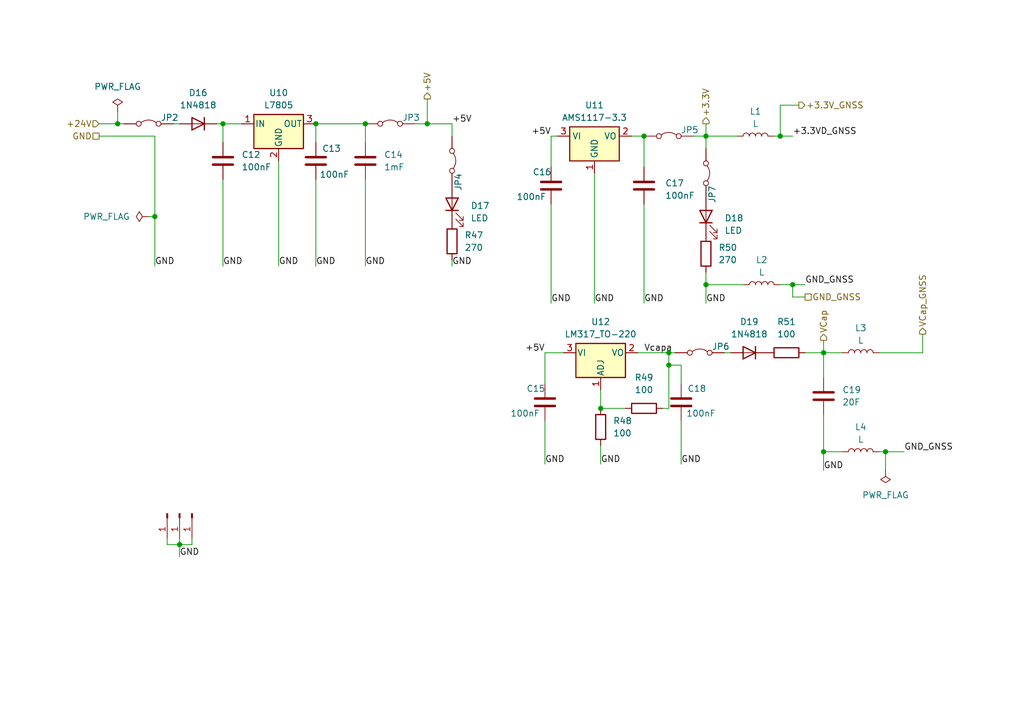
<source format=kicad_sch>
(kicad_sch (version 20231120) (generator "eeschema") (generator_version "8.0")
  (paper "A5")
  (title_block (title "Power supply") (date "2024-04-17") (rev "1.0"))
  (lib_symbols
    (symbol "Connector:Conn_01x01_Pin" (pin_names (offset 1.016) hide)
      (property "Reference" "J" (at 0 2.54 0))
      (property "Value" "Conn_01x01_Pin" (at 0 -2.54 0))
      (symbol "Conn_01x01_Pin_1_1"
        (polyline (pts (xy 1.27 0) (xy 0.8636 0)) (stroke (width 0.1524)))
        (rectangle (start 0.8636 0.127) (end 0 -0.127) (stroke (width 0.1524)) (fill (type outline)))
        (pin passive line (at 5.08 0 180) (length 3.81) (name "Pin_1") (number "1"))
      )
    )
    (symbol "Device:C" (pin_numbers hide) (pin_names (offset 0.254))
      (property "Reference" "C" (at 0.635 2.54 0))
      (property "Value" "C" (at 0.635 -2.54 0))
      (symbol "C_0_1"
        (polyline (pts (xy -2.032 -0.762) (xy 2.032 -0.762)) (stroke (width 0.508)))
        (polyline (pts (xy -2.032 0.762) (xy 2.032 0.762)) (stroke (width 0.508)))
      )
      (symbol "C_1_1"
        (pin passive line (at 0 3.81 270) (length 2.794) (name "~") (number "1"))
        (pin passive line (at 0 -3.81 90) (length 2.794) (name "~") (number "2"))
      )
    )
    (symbol "Device:D" (pin_numbers hide) (pin_names (offset 1.016) hide)
      (property "Reference" "D" (at 0 2.54 0))
      (property "Value" "D" (at 0 -2.54 0))
      (symbol "D_0_1"
        (polyline (pts (xy -1.27 1.27) (xy -1.27 -1.27)) (stroke (width 0.254)))
        (polyline (pts (xy 1.27 0) (xy -1.27 0)))
        (polyline (pts (xy 1.27 1.27) (xy 1.27 -1.27) (xy -1.27 0) (xy 1.27 1.27)) (stroke (width 0.254)))
      )
      (symbol "D_1_1"
        (pin passive line (at -3.81 0 0) (length 2.54) (name "K") (number "1"))
        (pin passive line (at 3.81 0 180) (length 2.54) (name "A") (number "2"))
      )
    )
    (symbol "Device:L" (pin_numbers hide) (pin_names (offset 1.016) hide)
      (property "Reference" "L" (at -1.27 0 90))
      (property "Value" "L" (at 1.905 0 90))
      (symbol "L_0_1"
        (arc (start 0 -2.54) (mid 0.6323 -1.905) (end 0 -1.27))
        (arc (start 0 -1.27) (mid 0.6323 -0.635) (end 0 0))
        (arc (start 0 0) (mid 0.6323 0.635) (end 0 1.27))
        (arc (start 0 1.27) (mid 0.6323 1.905) (end 0 2.54))
      )
      (symbol "L_1_1"
        (pin passive line (at 0 3.81 270) (length 1.27) (name "1") (number "1"))
        (pin passive line (at 0 -3.81 90) (length 1.27) (name "2") (number "2"))
      )
    )
    (symbol "Device:LED" (pin_numbers hide) (pin_names (offset 1.016) hide)
      (property "Reference" "D" (at 0 2.54 0))
      (property "Value" "LED" (at 0 -2.54 0))
      (symbol "LED_0_1"
        (polyline (pts (xy -1.27 -1.27) (xy -1.27 1.27)) (stroke (width 0.254)))
        (polyline (pts (xy -1.27 0) (xy 1.27 0)))
        (polyline (pts (xy 1.27 -1.27) (xy 1.27 1.27) (xy -1.27 0) (xy 1.27 -1.27)) (stroke (width 0.254)))
        (polyline (pts (xy -3.048 -0.762) (xy -4.572 -2.286) (xy -3.81 -2.286) (xy -4.572 -2.286) (xy -4.572 -1.524)))
        (polyline (pts (xy -1.778 -0.762) (xy -3.302 -2.286) (xy -2.54 -2.286) (xy -3.302 -2.286) (xy -3.302 -1.524)))
      )
      (symbol "LED_1_1"
        (pin passive line (at -3.81 0 0) (length 2.54) (name "K") (number "1"))
        (pin passive line (at 3.81 0 180) (length 2.54) (name "A") (number "2"))
      )
    )
    (symbol "Device:R" (pin_numbers hide) (pin_names (offset 0))
      (property "Reference" "R" (at 2.032 0 90))
      (property "Value" "R" (at 0 0 90))
      (symbol "R_0_1"
        (rectangle (start -1.016 -2.54) (end 1.016 2.54) (stroke (width 0.254)))
      )
      (symbol "R_1_1"
        (pin passive line (at 0 3.81 270) (length 1.27) (name "~") (number "1"))
        (pin passive line (at 0 -3.81 90) (length 1.27) (name "~") (number "2"))
      )
    )
    (symbol "Jumper:Jumper_2_Bridged" (pin_numbers hide) (pin_names (offset 0) hide) (exclude_from_sim yes)
      (property "Reference" "JP" (at 0 1.905 0))
      (property "Value" "Jumper_2_Bridged" (at 0 -2.54 0))
      (symbol "Jumper_2_Bridged_0_0"
        (circle (center -2.032 0) (radius 0.508))
        (circle (center 2.032 0) (radius 0.508))
      )
      (symbol "Jumper_2_Bridged_0_1"
        (arc (start 1.524 0.254) (mid 0 0.762) (end -1.524 0.254))
      )
      (symbol "Jumper_2_Bridged_1_1"
        (pin passive line (at -5.08 0 0) (length 2.54) (name "A") (number "1"))
        (pin passive line (at 5.08 0 180) (length 2.54) (name "B") (number "2"))
      )
    )
    (symbol "Regulator_Linear:AMS1117-3.3"
      (property "Reference" "U" (at -3.81 3.175 0))
      (property "Value" "AMS1117-3.3" (at 0 3.175 0))
      (symbol "AMS1117-3.3_0_1"
        (rectangle (start -5.08 -5.08) (end 5.08 1.905) (stroke (width 0.254)) (fill (type background)))
      )
      (symbol "AMS1117-3.3_1_1"
        (pin power_in line (at 0 -7.62 90) (length 2.54) (name "GND") (number "1"))
        (pin power_out line (at 7.62 0 180) (length 2.54) (name "VO") (number "2"))
        (pin power_in line (at -7.62 0 0) (length 2.54) (name "VI") (number "3"))
      )
    )
    (symbol "Regulator_Linear:L7805" (pin_names (offset 0.254))
      (property "Reference" "U" (at -3.81 3.175 0))
      (property "Value" "L7805" (at 0 3.175 0))
      (symbol "L7805_0_1"
        (rectangle (start -5.08 1.905) (end 5.08 -5.08) (stroke (width 0.254)) (fill (type background)))
      )
      (symbol "L7805_1_1"
        (pin power_in line (at -7.62 0 0) (length 2.54) (name "IN") (number "1"))
        (pin power_in line (at 0 -7.62 90) (length 2.54) (name "GND") (number "2"))
        (pin power_out line (at 7.62 0 180) (length 2.54) (name "OUT") (number "3"))
      )
    )
    (symbol "Regulator_Linear:LM317_TO-220" (pin_names (offset 0.254))
      (property "Reference" "U" (at -3.81 3.175 0))
      (property "Value" "LM317_TO-220" (at 0 3.175 0))
      (symbol "LM317_TO-220_0_1"
        (rectangle (start -5.08 1.905) (end 5.08 -5.08) (stroke (width 0.254)) (fill (type background)))
      )
      (symbol "LM317_TO-220_1_1"
        (pin input line (at 0 -7.62 90) (length 2.54) (name "ADJ") (number "1"))
        (pin power_out line (at 7.62 0 180) (length 2.54) (name "VO") (number "2"))
        (pin power_in line (at -7.62 0 0) (length 2.54) (name "VI") (number "3"))
      )
    )
    (symbol "power:PWR_FLAG" (power) (pin_numbers hide) (pin_names (offset 0) hide)
      (property "Value" "PWR_FLAG" (at 0 3.81 0))
      (symbol "PWR_FLAG_0_0"
        (pin power_out line (at 0 0 90) (length 0) (name "~") (number "1"))
      )
      (symbol "PWR_FLAG_0_1"
        (polyline (pts (xy 0 0) (xy 0 1.27) (xy -1.016 1.905) (xy 0 2.54) (xy 1.016 1.905) (xy 0 1.27)))
      )
    )
  )
  (junction (at 144.78 58.42))
  (junction (at 87.63 25.4))
  (junction (at 24.13 25.4))
  (junction (at 162.56 58.42))
  (junction (at 74.93 25.4))
  (junction (at 123.19 83.82))
  (junction (at 160.02 27.94))
  (junction (at 181.61 92.71))
  (junction (at 168.91 92.71))
  (junction (at 144.78 27.94))
  (junction (at 168.91 72.39))
  (junction (at 64.77 25.4))
  (junction (at 137.16 72.39))
  (junction (at 137.16 74.93))
  (junction (at 45.72 25.4))
  (junction (at 132.08 27.94))
  (junction (at 36.83 111.76))
  (junction (at 31.75 44.45))
  (wire (pts (xy 144.78 58.42) (xy 152.4 58.42)))
  (wire (pts (xy 139.7 86.36) (xy 139.7 95.25)))
  (wire (pts (xy 168.91 69.85) (xy 168.91 72.39)))
  (wire (pts (xy 180.34 92.71) (xy 181.61 92.71)))
  (wire (pts (xy 168.91 85.09) (xy 168.91 92.71)))
  (wire (pts (xy 165.1 72.39) (xy 168.91 72.39)))
  (wire (pts (xy 129.54 27.94) (xy 132.08 27.94)))
  (wire (pts (xy 123.19 80.01) (xy 123.19 83.82)))
  (wire (pts (xy 139.7 78.74) (xy 139.7 74.93)))
  (wire (pts (xy 165.1 60.96) (xy 162.56 60.96)))
  (wire (pts (xy 160.02 58.42) (xy 162.56 58.42)))
  (wire (pts (xy 144.78 55.88) (xy 144.78 58.42)))
  (wire (pts (xy 24.13 25.4) (xy 25.4 25.4)))
  (wire (pts (xy 34.29 111.76) (xy 36.83 111.76)))
  (wire (pts (xy 168.91 72.39) (xy 168.91 77.47)))
  (wire (pts (xy 162.56 58.42) (xy 165.1 58.42)))
  (wire (pts (xy 130.81 72.39) (xy 137.16 72.39)))
  (wire (pts (xy 64.77 36.83) (xy 64.77 54.61)))
  (wire (pts (xy 137.16 72.39) (xy 137.16 74.93)))
  (wire (pts (xy 87.63 25.4) (xy 92.71 25.4)))
  (wire (pts (xy 138.43 72.39) (xy 137.16 72.39)))
  (wire (pts (xy 189.23 72.39) (xy 180.34 72.39)))
  (wire (pts (xy 148.59 72.39) (xy 149.86 72.39)))
  (wire (pts (xy 34.29 110.49) (xy 34.29 111.76)))
  (wire (pts (xy 111.76 78.74) (xy 111.76 72.39)))
  (wire (pts (xy 142.24 27.94) (xy 144.78 27.94)))
  (wire (pts (xy 144.78 27.94) (xy 144.78 30.48)))
  (wire (pts (xy 113.03 41.91) (xy 113.03 62.23)))
  (wire (pts (xy 31.75 27.94) (xy 20.32 27.94)))
  (wire (pts (xy 30.48 44.45) (xy 31.75 44.45)))
  (wire (pts (xy 44.45 25.4) (xy 45.72 25.4)))
  (wire (pts (xy 36.83 111.76) (xy 36.83 114.3)))
  (wire (pts (xy 144.78 58.42) (xy 144.78 62.23)))
  (wire (pts (xy 64.77 25.4) (xy 74.93 25.4)))
  (wire (pts (xy 189.23 68.58) (xy 189.23 72.39)))
  (wire (pts (xy 168.91 92.71) (xy 172.72 92.71)))
  (wire (pts (xy 115.57 72.39) (xy 111.76 72.39)))
  (wire (pts (xy 121.92 35.56) (xy 121.92 62.23)))
  (wire (pts (xy 111.76 86.36) (xy 111.76 95.25)))
  (wire (pts (xy 31.75 44.45) (xy 31.75 54.61)))
  (wire (pts (xy 36.83 110.49) (xy 36.83 111.76)))
  (wire (pts (xy 168.91 72.39) (xy 172.72 72.39)))
  (wire (pts (xy 39.37 110.49) (xy 39.37 111.76)))
  (wire (pts (xy 144.78 25.4) (xy 144.78 27.94)))
  (wire (pts (xy 132.08 27.94) (xy 132.08 34.29)))
  (wire (pts (xy 160.02 27.94) (xy 162.56 27.94)))
  (wire (pts (xy 158.75 27.94) (xy 160.02 27.94)))
  (wire (pts (xy 31.75 27.94) (xy 31.75 44.45)))
  (wire (pts (xy 74.93 29.21) (xy 74.93 25.4)))
  (wire (pts (xy 128.27 83.82) (xy 123.19 83.82)))
  (wire (pts (xy 144.78 27.94) (xy 151.13 27.94)))
  (wire (pts (xy 45.72 36.83) (xy 45.72 54.61)))
  (wire (pts (xy 123.19 91.44) (xy 123.19 95.25)))
  (wire (pts (xy 163.83 21.59) (xy 160.02 21.59)))
  (wire (pts (xy 137.16 74.93) (xy 139.7 74.93)))
  (wire (pts (xy 45.72 25.4) (xy 49.53 25.4)))
  (wire (pts (xy 132.08 41.91) (xy 132.08 62.23)))
  (wire (pts (xy 36.83 25.4) (xy 35.56 25.4)))
  (wire (pts (xy 92.71 25.4) (xy 92.71 27.94)))
  (wire (pts (xy 24.13 22.86) (xy 24.13 25.4)))
  (wire (pts (xy 45.72 29.21) (xy 45.72 25.4)))
  (wire (pts (xy 113.03 27.94) (xy 114.3 27.94)))
  (wire (pts (xy 135.89 83.82) (xy 137.16 83.82)))
  (wire (pts (xy 162.56 60.96) (xy 162.56 58.42)))
  (wire (pts (xy 168.91 92.71) (xy 168.91 96.52)))
  (wire (pts (xy 160.02 21.59) (xy 160.02 27.94)))
  (wire (pts (xy 113.03 34.29) (xy 113.03 27.94)))
  (wire (pts (xy 87.63 20.32) (xy 87.63 25.4)))
  (wire (pts (xy 85.09 25.4) (xy 87.63 25.4)))
  (wire (pts (xy 57.15 33.02) (xy 57.15 54.61)))
  (wire (pts (xy 181.61 92.71) (xy 185.42 92.71)))
  (wire (pts (xy 20.32 25.4) (xy 24.13 25.4)))
  (wire (pts (xy 137.16 74.93) (xy 137.16 83.82)))
  (wire (pts (xy 181.61 96.52) (xy 181.61 92.71)))
  (wire (pts (xy 74.93 36.83) (xy 74.93 54.61)))
  (wire (pts (xy 64.77 29.21) (xy 64.77 25.4)))
  (wire (pts (xy 92.71 53.34) (xy 92.71 54.61)))
  (wire (pts (xy 36.83 111.76) (xy 39.37 111.76)))
  (label "GND" (at 144.78 62.23 0))
  (label "+5V" (at 92.71 25.4 0))
  (label "+3.3VD_GNSS" (at 162.56 27.94 0))
  (label "GND" (at 64.77 54.61 0))
  (label "Vcapa" (at 132.08 72.39 0))
  (label "GND" (at 36.83 114.3 0))
  (label "GND_GNSS" (at 185.42 92.71 0))
  (label "+5V" (at 113.03 27.94 180))
  (label "+5V" (at 111.76 72.39 180))
  (label "GND" (at 139.7 95.25 0))
  (label "GND" (at 57.15 54.61 0))
  (label "GND" (at 31.75 54.61 0))
  (label "GND" (at 74.93 54.61 0))
  (label "GND" (at 111.76 95.25 0))
  (label "GND" (at 45.72 54.61 0))
  (label "GND" (at 92.71 54.61 0))
  (label "GND" (at 113.03 62.23 0))
  (label "GND" (at 121.92 62.23 0))
  (label "GND" (at 132.08 62.23 0))
  (label "GND" (at 168.91 96.52 0))
  (label "GND" (at 123.19 95.25 0))
  (label "GND_GNSS" (at 165.1 58.42 0))
  (hierarchical_label "+5V" (shape output) (at 87.63 20.32 90))
  (hierarchical_label "GND_GNSS" (shape passive) (at 165.1 60.96 0))
  (hierarchical_label "+3.3V" (shape output) (at 144.78 25.4 90))
  (hierarchical_label "GND" (shape passive) (at 20.32 27.94 180))
  (hierarchical_label "+24V" (shape input) (at 20.32 25.4 180))
  (hierarchical_label "VCap" (shape output) (at 168.91 69.85 90))
  (hierarchical_label "VCap_GNSS" (shape output) (at 189.23 68.58 90))
  (hierarchical_label "+3.3V_GNSS" (shape output) (at 163.83 21.59 0))
  (symbol (lib_id "Device:D") (at 40.64 25.4 180) (unit 1)
    (property "Reference" "D16" (at 40.64 19.05 0))
    (property "Value" "1N4818" (at 40.64 21.59 0))
    (property "Footprint" "Diode_SMD:D_0603_1608Metric" (effects (hide yes)))
    (property "Sim.Device" "D" (effects (hide yes)))
    (property "Sim.Pins" "1=K 2=A" (effects (hide yes)))
  )
  (symbol (lib_id "Regulator_Linear:AMS1117-3.3") (at 121.92 27.94 0) (unit 1)
    (property "Reference" "U11" (at 121.92 21.59 0))
    (property "Value" "AMS1117-3.3" (at 121.92 24.13 0))
    (property "Footprint" "Package_TO_SOT_SMD:SOT-223-3_TabPin2" (effects (hide yes)))
    (property "Datasheet" "http://www.advanced-monolithic.com/pdf/ds1117.pdf" (effects (hide yes)))
    (property "Description" "1A Low Dropout regulator, positive, 3.3V fixed output, SOT-223" (effects (hide yes)))
  )
  (symbol (lib_id "Connector:Conn_01x01_Pin") (at 34.29 105.41 270) (unit 1)
    (property "Reference" "J12" (effects (hide yes)))
    (property "Value" "GND" (effects (hide yes)))
    (property "Footprint" "Connector_PinHeader_2.54mm:PinHeader_1x01_P2.54mm_Vertical" (effects (hide yes)))
  )
  (symbol (lib_id "Device:C") (at 139.7 82.55 0) (unit 1)
    (property "Reference" "C18" (at 140.97 79.756 0) (effects (justify left)))
    (property "Value" "100nF" (at 140.716 84.836 0) (effects (justify left)))
    (property "Footprint" "Capacitor_SMD:C_0603_1608Metric" (effects (hide yes)))
  )
  (symbol (lib_id "Device:R") (at 144.78 52.07 0) (unit 1)
    (property "Reference" "R50" (at 147.32 50.8 0) (effects (justify left)))
    (property "Value" "270" (at 147.32 53.34 0) (effects (justify left)))
    (property "Footprint" "Resistor_SMD:R_0603_1608Metric" (effects (hide yes)))
  )
  (symbol (lib_id "Device:R") (at 132.08 83.82 90) (unit 1)
    (property "Reference" "R49" (at 132.08 77.47 90))
    (property "Value" "100" (at 132.08 80.01 90))
    (property "Footprint" "Resistor_SMD:R_0603_1608Metric" (effects (hide yes)))
  )
  (symbol (lib_id "Device:L") (at 156.21 58.42 90) (unit 1)
    (property "Reference" "L2" (at 156.21 53.34 90))
    (property "Value" "L" (at 156.21 55.88 90))
    (property "Footprint" "Inductor_SMD:L_0603_1608Metric" (effects (hide yes)))
    (property "Description" "Inductor" (effects (hide yes)))
  )
  (symbol (lib_id "Device:C") (at 168.91 81.28 0) (unit 1)
    (property "Reference" "C19" (at 172.72 80.01 0) (effects (justify left)))
    (property "Value" "20F" (at 172.72 82.55 0) (effects (justify left)))
    (property "Footprint" "Capacitor_THT:C_Radial_D10.0mm_H20.0mm_P5.00mm" (effects (hide yes)))
  )
  (symbol (lib_id "Regulator_Linear:LM317_TO-220") (at 123.19 72.39 0) (unit 1)
    (property "Reference" "U12" (at 123.19 66.04 0))
    (property "Value" "LM317_TO-220" (at 123.19 68.58 0))
    (property "Footprint" "Package_TO_SOT_THT:TO-220-3_Vertical" (effects (hide yes)))
    (property "Datasheet" "http://www.ti.com/lit/ds/symlink/lm317.pdf" (effects (hide yes)))
    (property "Description" "1.5A 35V Adjustable Linear Regulator, TO-220" (effects (hide yes)))
  )
  (symbol (lib_id "Device:L") (at 154.94 27.94 90) (unit 1)
    (property "Reference" "L1" (at 154.94 22.86 90))
    (property "Value" "L" (at 154.94 25.4 90))
    (property "Footprint" "Inductor_SMD:L_0603_1608Metric" (effects (hide yes)))
    (property "Description" "Inductor" (effects (hide yes)))
  )
  (symbol (lib_id "Device:C") (at 113.03 38.1 0) (unit 1)
    (property "Reference" "C16" (at 109.22 35.306 0) (effects (justify left)))
    (property "Value" "100nF" (at 105.918 40.386 0) (effects (justify left)))
    (property "Footprint" "Capacitor_SMD:C_0603_1608Metric" (effects (hide yes)))
  )
  (symbol (lib_id "Device:LED") (at 92.71 41.91 90) (unit 1)
    (property "Reference" "D17" (at 96.52 42.2275 90) (effects (justify right)))
    (property "Value" "LED" (at 96.52 44.7675 90) (effects (justify right)))
    (property "Footprint" "LED_SMD:LED_0603_1608Metric" (effects (hide yes)))
  )
  (symbol (lib_id "Jumper:Jumper_2_Bridged") (at 30.48 25.4 0) (unit 1) (exclude_from_sim yes)
    (property "Reference" "JP2" (at 34.798 24.13 0))
    (property "Value" "Jumper" (effects (hide yes)))
    (property "Footprint" "Connector_PinHeader_2.54mm:PinHeader_1x02_P2.54mm_Vertical" (effects (hide yes)))
    (property "Description" "Jumper, 2-pole, closed/bridged" (effects (hide yes)))
  )
  (symbol (lib_id "Device:C") (at 111.76 82.55 0) (unit 1)
    (property "Reference" "C15" (at 107.95 79.756 0) (effects (justify left)))
    (property "Value" "100nF" (at 104.648 84.836 0) (effects (justify left)))
    (property "Footprint" "Capacitor_SMD:C_0603_1608Metric" (effects (hide yes)))
  )
  (symbol (lib_id "Device:L") (at 176.53 92.71 90) (unit 1)
    (property "Reference" "L4" (at 176.53 87.63 90))
    (property "Value" "L" (at 176.53 90.17 90))
    (property "Footprint" "Inductor_SMD:L_0603_1608Metric" (effects (hide yes)))
    (property "Description" "Inductor" (effects (hide yes)))
  )
  (symbol (lib_id "Device:L") (at 176.53 72.39 90) (unit 1)
    (property "Reference" "L3" (at 176.53 67.31 90))
    (property "Value" "L" (at 176.53 69.85 90))
    (property "Footprint" "Inductor_SMD:L_0603_1608Metric" (effects (hide yes)))
    (property "Description" "Inductor" (effects (hide yes)))
  )
  (symbol (lib_id "Jumper:Jumper_2_Bridged") (at 143.51 72.39 0) (unit 1) (exclude_from_sim yes)
    (property "Reference" "JP6" (at 147.828 71.12 0))
    (property "Value" "Jumper" (effects (hide yes)))
    (property "Footprint" "Connector_PinHeader_2.54mm:PinHeader_1x02_P2.54mm_Vertical" (effects (hide yes)))
    (property "Description" "Jumper, 2-pole, closed/bridged" (effects (hide yes)))
  )
  (symbol (lib_id "Device:C") (at 132.08 38.1 0) (unit 1)
    (property "Reference" "C17" (at 136.398 37.592 0) (effects (justify left)))
    (property "Value" "100nF" (at 136.398 40.132 0) (effects (justify left)))
    (property "Footprint" "Capacitor_SMD:C_0603_1608Metric" (effects (hide yes)))
  )
  (symbol (lib_id "Jumper:Jumper_2_Bridged") (at 144.78 35.56 270) (unit 1) (exclude_from_sim yes)
    (property "Reference" "JP7" (at 146.05 39.878 0))
    (property "Value" "Jumper" (effects (hide yes)))
    (property "Footprint" "Connector_PinHeader_2.54mm:PinHeader_1x02_P2.54mm_Vertical" (effects (hide yes)))
    (property "Description" "Jumper, 2-pole, closed/bridged" (effects (hide yes)))
  )
  (symbol (lib_id "Jumper:Jumper_2_Bridged") (at 137.16 27.94 0) (unit 1) (exclude_from_sim yes)
    (property "Reference" "JP5" (at 141.478 26.67 0))
    (property "Value" "Jumper" (effects (hide yes)))
    (property "Footprint" "Connector_PinHeader_2.54mm:PinHeader_1x02_P2.54mm_Vertical" (effects (hide yes)))
    (property "Description" "Jumper, 2-pole, closed/bridged" (effects (hide yes)))
  )
  (symbol (lib_id "Jumper:Jumper_2_Bridged") (at 92.71 33.02 270) (unit 1) (exclude_from_sim yes)
    (property "Reference" "JP4" (at 93.98 37.338 0))
    (property "Value" "Jumper" (effects (hide yes)))
    (property "Footprint" "Connector_PinHeader_2.54mm:PinHeader_1x02_P2.54mm_Vertical" (effects (hide yes)))
    (property "Description" "Jumper, 2-pole, closed/bridged" (effects (hide yes)))
  )
  (symbol (lib_id "Connector:Conn_01x01_Pin") (at 36.83 105.41 270) (unit 1)
    (property "Reference" "J13" (effects (hide yes)))
    (property "Value" "GND" (effects (hide yes)))
    (property "Footprint" "Connector_PinHeader_2.54mm:PinHeader_1x01_P2.54mm_Vertical" (effects (hide yes)))
  )
  (symbol (lib_id "Device:R") (at 161.29 72.39 90) (unit 1)
    (property "Reference" "R51" (at 161.29 66.04 90))
    (property "Value" "100" (at 161.29 68.58 90))
    (property "Footprint" "Resistor_SMD:R_0603_1608Metric" (effects (hide yes)))
  )
  (symbol (lib_id "power:PWR_FLAG") (at 24.13 22.86 0) (unit 1)
    (property "Reference" "#FLG03" (effects (hide yes)))
    (property "Value" "PWR_FLAG" (at 24.13 17.78 0))
    (property "Description" "Special symbol for telling ERC where power comes from" (effects (hide yes)))
  )
  (symbol (lib_id "Device:C") (at 64.77 33.02 0) (unit 1)
    (property "Reference" "C13" (at 66.04 30.48 0) (effects (justify left)))
    (property "Value" "100nF" (at 65.532 35.814 0) (effects (justify left)))
    (property "Footprint" "Capacitor_SMD:C_0603_1608Metric" (effects (hide yes)))
  )
  (symbol (lib_id "Connector:Conn_01x01_Pin") (at 39.37 105.41 270) (unit 1)
    (property "Reference" "J14" (effects (hide yes)))
    (property "Value" "GND" (effects (hide yes)))
    (property "Footprint" "Connector_PinHeader_2.54mm:PinHeader_1x01_P2.54mm_Vertical" (effects (hide yes)))
  )
  (symbol (lib_id "power:PWR_FLAG") (at 30.48 44.45 90) (unit 1)
    (property "Reference" "#FLG04" (effects (hide yes)))
    (property "Value" "PWR_FLAG" (at 26.67 44.4499 90) (effects (justify left)))
    (property "Description" "Special symbol for telling ERC where power comes from" (effects (hide yes)))
  )
  (symbol (lib_id "Device:R") (at 123.19 87.63 180) (unit 1)
    (property "Reference" "R48" (at 125.73 86.3599 0) (effects (justify right)))
    (property "Value" "100" (at 125.73 88.8999 0) (effects (justify right)))
    (property "Footprint" "Resistor_SMD:R_0603_1608Metric" (effects (hide yes)))
  )
  (symbol (lib_id "Device:D") (at 153.67 72.39 180) (unit 1)
    (property "Reference" "D19" (at 153.67 66.04 0))
    (property "Value" "1N4818" (at 153.67 68.58 0))
    (property "Footprint" "Diode_THT:D_DO-41_SOD81_P7.62mm_Horizontal" (effects (hide yes)))
    (property "Sim.Device" "D" (effects (hide yes)))
    (property "Sim.Pins" "1=K 2=A" (effects (hide yes)))
  )
  (symbol (lib_id "Device:LED") (at 144.78 44.45 90) (unit 1)
    (property "Reference" "D18" (at 148.59 44.7675 90) (effects (justify right)))
    (property "Value" "LED" (at 148.59 47.3075 90) (effects (justify right)))
    (property "Footprint" "LED_SMD:LED_0603_1608Metric" (effects (hide yes)))
  )
  (symbol (lib_id "Device:C") (at 74.93 33.02 0) (unit 1)
    (property "Reference" "C14" (at 78.74 31.7499 0) (effects (justify left)))
    (property "Value" "1mF" (at 78.74 34.2899 0) (effects (justify left)))
    (property "Footprint" "Capacitor_SMD:C_0603_1608Metric" (effects (hide yes)))
  )
  (symbol (lib_id "power:PWR_FLAG") (at 181.61 96.52 180) (unit 1)
    (property "Reference" "#FLG05" (effects (hide yes)))
    (property "Value" "PWR_FLAG" (at 181.61 101.6 0))
    (property "Description" "Special symbol for telling ERC where power comes from" (effects (hide yes)))
  )
  (symbol (lib_id "Device:R") (at 92.71 49.53 0) (unit 1)
    (property "Reference" "R47" (at 95.25 48.26 0) (effects (justify left)))
    (property "Value" "270" (at 95.25 50.8 0) (effects (justify left)))
    (property "Footprint" "Resistor_SMD:R_0603_1608Metric" (effects (hide yes)))
  )
  (symbol (lib_id "Regulator_Linear:L7805") (at 57.15 25.4 0) (unit 1) (exclude_from_sim yes)
    (property "Reference" "U10" (at 57.15 19.05 0))
    (property "Value" "L7805" (at 57.15 21.59 0))
    (property "Footprint" "Package_TO_SOT_THT:TO-220-3_Vertical" (effects (hide yes)))
    (property "Datasheet" "http://www.st.com/content/ccc/resource/technical/document/datasheet/41/4f/b3/b0/12/d4/47/88/CD00000444.pdf/files/CD00000444.pdf/jcr:content/translations/en.CD00000444.pdf" (effects (hide yes)))
  )
  (symbol (lib_id "Device:C") (at 45.72 33.02 0) (unit 1)
    (property "Reference" "C12" (at 49.53 31.7499 0) (effects (justify left)))
    (property "Value" "100nF" (at 49.53 34.2899 0) (effects (justify left)))
    (property "Footprint" "Capacitor_SMD:C_0603_1608Metric" (effects (hide yes)))
  )
  (symbol (lib_id "Jumper:Jumper_2_Bridged") (at 80.01 25.4 0) (unit 1) (exclude_from_sim yes)
    (property "Reference" "JP3" (at 84.328 24.13 0))
    (property "Value" "Jumper" (effects (hide yes)))
    (property "Footprint" "Connector_PinHeader_2.54mm:PinHeader_1x02_P2.54mm_Vertical" (effects (hide yes)))
    (property "Description" "Jumper, 2-pole, closed/bridged" (effects (hide yes)))
  )
)
</source>
